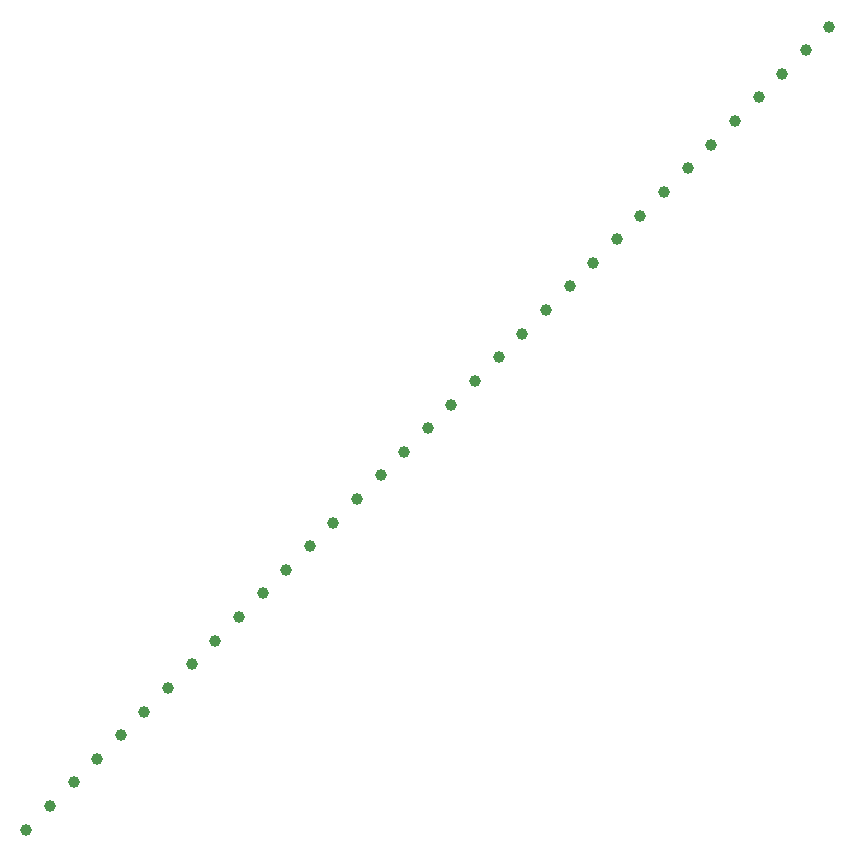
<source format=gbr>
G04 Examples for testing time performance of Gerber parsers*
%FSLAX26Y26*%
%MOMM*%
%ADD10C,1*%
%LPD*%
D10*
X0Y0D03*
X2000000Y2000000D03*
X4000000Y4000000D03*
X6000000Y6000000D03*
X8000000Y8000000D03*
X10000000Y10000000D03*
X12000000Y12000000D03*
X14000000Y14000000D03*
X16000000Y16000000D03*
X18000000Y18000000D03*
X20000000Y20000000D03*
X22000000Y22000000D03*
X24000000Y24000000D03*
X26000000Y26000000D03*
X28000000Y28000000D03*
X30000000Y30000000D03*
X32000000Y32000000D03*
X34000000Y34000000D03*
X36000000Y36000000D03*
X38000000Y38000000D03*
X40000000Y40000000D03*
X42000000Y42000000D03*
X44000000Y44000000D03*
X46000000Y46000000D03*
X48000000Y48000000D03*
X50000000Y50000000D03*
X52000000Y52000000D03*
X54000000Y54000000D03*
X56000000Y56000000D03*
X58000000Y58000000D03*
X60000000Y60000000D03*
X62000000Y62000000D03*
X64000000Y64000000D03*
X66000000Y66000000D03*
X68000000Y68000000D03*
M02*

</source>
